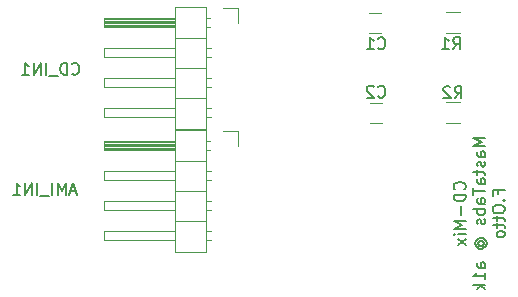
<source format=gbo>
G04 #@! TF.GenerationSoftware,KiCad,Pcbnew,5.1.5*
G04 #@! TF.CreationDate,2020-05-30T11:49:08+02:00*
G04 #@! TF.ProjectId,PIV_CDMix,5049565f-4344-44d6-9978-2e6b69636164,rev?*
G04 #@! TF.SameCoordinates,Original*
G04 #@! TF.FileFunction,Legend,Bot*
G04 #@! TF.FilePolarity,Positive*
%FSLAX46Y46*%
G04 Gerber Fmt 4.6, Leading zero omitted, Abs format (unit mm)*
G04 Created by KiCad (PCBNEW 5.1.5) date 2020-05-30 11:49:08*
%MOMM*%
%LPD*%
G04 APERTURE LIST*
%ADD10C,0.150000*%
%ADD11C,0.120000*%
G04 APERTURE END LIST*
D10*
X165204142Y-109355190D02*
X165251761Y-109307571D01*
X165299380Y-109164714D01*
X165299380Y-109069476D01*
X165251761Y-108926619D01*
X165156523Y-108831380D01*
X165061285Y-108783761D01*
X164870809Y-108736142D01*
X164727952Y-108736142D01*
X164537476Y-108783761D01*
X164442238Y-108831380D01*
X164347000Y-108926619D01*
X164299380Y-109069476D01*
X164299380Y-109164714D01*
X164347000Y-109307571D01*
X164394619Y-109355190D01*
X165299380Y-109783761D02*
X164299380Y-109783761D01*
X164299380Y-110021857D01*
X164347000Y-110164714D01*
X164442238Y-110259952D01*
X164537476Y-110307571D01*
X164727952Y-110355190D01*
X164870809Y-110355190D01*
X165061285Y-110307571D01*
X165156523Y-110259952D01*
X165251761Y-110164714D01*
X165299380Y-110021857D01*
X165299380Y-109783761D01*
X164918428Y-110783761D02*
X164918428Y-111545666D01*
X165299380Y-112021857D02*
X164299380Y-112021857D01*
X165013666Y-112355190D01*
X164299380Y-112688523D01*
X165299380Y-112688523D01*
X165299380Y-113164714D02*
X164632714Y-113164714D01*
X164299380Y-113164714D02*
X164347000Y-113117095D01*
X164394619Y-113164714D01*
X164347000Y-113212333D01*
X164299380Y-113164714D01*
X164394619Y-113164714D01*
X165299380Y-113545666D02*
X164632714Y-114069476D01*
X164632714Y-113545666D02*
X165299380Y-114069476D01*
X166949380Y-105021857D02*
X165949380Y-105021857D01*
X166663666Y-105355190D01*
X165949380Y-105688523D01*
X166949380Y-105688523D01*
X166949380Y-106593285D02*
X166425571Y-106593285D01*
X166330333Y-106545666D01*
X166282714Y-106450428D01*
X166282714Y-106259952D01*
X166330333Y-106164714D01*
X166901761Y-106593285D02*
X166949380Y-106498047D01*
X166949380Y-106259952D01*
X166901761Y-106164714D01*
X166806523Y-106117095D01*
X166711285Y-106117095D01*
X166616047Y-106164714D01*
X166568428Y-106259952D01*
X166568428Y-106498047D01*
X166520809Y-106593285D01*
X166901761Y-107021857D02*
X166949380Y-107117095D01*
X166949380Y-107307571D01*
X166901761Y-107402809D01*
X166806523Y-107450428D01*
X166758904Y-107450428D01*
X166663666Y-107402809D01*
X166616047Y-107307571D01*
X166616047Y-107164714D01*
X166568428Y-107069476D01*
X166473190Y-107021857D01*
X166425571Y-107021857D01*
X166330333Y-107069476D01*
X166282714Y-107164714D01*
X166282714Y-107307571D01*
X166330333Y-107402809D01*
X166282714Y-107736142D02*
X166282714Y-108117095D01*
X165949380Y-107879000D02*
X166806523Y-107879000D01*
X166901761Y-107926619D01*
X166949380Y-108021857D01*
X166949380Y-108117095D01*
X166949380Y-108879000D02*
X166425571Y-108879000D01*
X166330333Y-108831380D01*
X166282714Y-108736142D01*
X166282714Y-108545666D01*
X166330333Y-108450428D01*
X166901761Y-108879000D02*
X166949380Y-108783761D01*
X166949380Y-108545666D01*
X166901761Y-108450428D01*
X166806523Y-108402809D01*
X166711285Y-108402809D01*
X166616047Y-108450428D01*
X166568428Y-108545666D01*
X166568428Y-108783761D01*
X166520809Y-108879000D01*
X165949380Y-109212333D02*
X165949380Y-109783761D01*
X166949380Y-109498047D02*
X165949380Y-109498047D01*
X166949380Y-110545666D02*
X166425571Y-110545666D01*
X166330333Y-110498047D01*
X166282714Y-110402809D01*
X166282714Y-110212333D01*
X166330333Y-110117095D01*
X166901761Y-110545666D02*
X166949380Y-110450428D01*
X166949380Y-110212333D01*
X166901761Y-110117095D01*
X166806523Y-110069476D01*
X166711285Y-110069476D01*
X166616047Y-110117095D01*
X166568428Y-110212333D01*
X166568428Y-110450428D01*
X166520809Y-110545666D01*
X166949380Y-111021857D02*
X165949380Y-111021857D01*
X166330333Y-111021857D02*
X166282714Y-111117095D01*
X166282714Y-111307571D01*
X166330333Y-111402809D01*
X166377952Y-111450428D01*
X166473190Y-111498047D01*
X166758904Y-111498047D01*
X166854142Y-111450428D01*
X166901761Y-111402809D01*
X166949380Y-111307571D01*
X166949380Y-111117095D01*
X166901761Y-111021857D01*
X166901761Y-111879000D02*
X166949380Y-111974238D01*
X166949380Y-112164714D01*
X166901761Y-112259952D01*
X166806523Y-112307571D01*
X166758904Y-112307571D01*
X166663666Y-112259952D01*
X166616047Y-112164714D01*
X166616047Y-112021857D01*
X166568428Y-111926619D01*
X166473190Y-111879000D01*
X166425571Y-111879000D01*
X166330333Y-111926619D01*
X166282714Y-112021857D01*
X166282714Y-112164714D01*
X166330333Y-112259952D01*
X166473190Y-114117095D02*
X166425571Y-114069476D01*
X166377952Y-113974238D01*
X166377952Y-113879000D01*
X166425571Y-113783761D01*
X166473190Y-113736142D01*
X166568428Y-113688523D01*
X166663666Y-113688523D01*
X166758904Y-113736142D01*
X166806523Y-113783761D01*
X166854142Y-113879000D01*
X166854142Y-113974238D01*
X166806523Y-114069476D01*
X166758904Y-114117095D01*
X166377952Y-114117095D02*
X166758904Y-114117095D01*
X166806523Y-114164714D01*
X166806523Y-114212333D01*
X166758904Y-114307571D01*
X166663666Y-114355190D01*
X166425571Y-114355190D01*
X166282714Y-114259952D01*
X166187476Y-114117095D01*
X166139857Y-113926619D01*
X166187476Y-113736142D01*
X166282714Y-113593285D01*
X166425571Y-113498047D01*
X166616047Y-113450428D01*
X166806523Y-113498047D01*
X166949380Y-113593285D01*
X167044619Y-113736142D01*
X167092238Y-113926619D01*
X167044619Y-114117095D01*
X166949380Y-114259952D01*
X166949380Y-115974238D02*
X166425571Y-115974238D01*
X166330333Y-115926619D01*
X166282714Y-115831380D01*
X166282714Y-115640904D01*
X166330333Y-115545666D01*
X166901761Y-115974238D02*
X166949380Y-115879000D01*
X166949380Y-115640904D01*
X166901761Y-115545666D01*
X166806523Y-115498047D01*
X166711285Y-115498047D01*
X166616047Y-115545666D01*
X166568428Y-115640904D01*
X166568428Y-115879000D01*
X166520809Y-115974238D01*
X166949380Y-116974238D02*
X166949380Y-116402809D01*
X166949380Y-116688523D02*
X165949380Y-116688523D01*
X166092238Y-116593285D01*
X166187476Y-116498047D01*
X166235095Y-116402809D01*
X166949380Y-117402809D02*
X165949380Y-117402809D01*
X166568428Y-117498047D02*
X166949380Y-117783761D01*
X166282714Y-117783761D02*
X166663666Y-117402809D01*
X168075571Y-109736142D02*
X168075571Y-109402809D01*
X168599380Y-109402809D02*
X167599380Y-109402809D01*
X167599380Y-109879000D01*
X168504142Y-110259952D02*
X168551761Y-110307571D01*
X168599380Y-110259952D01*
X168551761Y-110212333D01*
X168504142Y-110259952D01*
X168599380Y-110259952D01*
X167599380Y-110926619D02*
X167599380Y-111117095D01*
X167647000Y-111212333D01*
X167742238Y-111307571D01*
X167932714Y-111355190D01*
X168266047Y-111355190D01*
X168456523Y-111307571D01*
X168551761Y-111212333D01*
X168599380Y-111117095D01*
X168599380Y-110926619D01*
X168551761Y-110831380D01*
X168456523Y-110736142D01*
X168266047Y-110688523D01*
X167932714Y-110688523D01*
X167742238Y-110736142D01*
X167647000Y-110831380D01*
X167599380Y-110926619D01*
X167932714Y-111640904D02*
X167932714Y-112021857D01*
X167599380Y-111783761D02*
X168456523Y-111783761D01*
X168551761Y-111831380D01*
X168599380Y-111926619D01*
X168599380Y-112021857D01*
X167932714Y-112212333D02*
X167932714Y-112593285D01*
X167599380Y-112355190D02*
X168456523Y-112355190D01*
X168551761Y-112402809D01*
X168599380Y-112498047D01*
X168599380Y-112593285D01*
X168599380Y-113069476D02*
X168551761Y-112974238D01*
X168504142Y-112926619D01*
X168408904Y-112879000D01*
X168123190Y-112879000D01*
X168027952Y-112926619D01*
X167980333Y-112974238D01*
X167932714Y-113069476D01*
X167932714Y-113212333D01*
X167980333Y-113307571D01*
X168027952Y-113355190D01*
X168123190Y-113402809D01*
X168408904Y-113402809D01*
X168504142Y-113355190D01*
X168551761Y-113307571D01*
X168599380Y-113212333D01*
X168599380Y-113069476D01*
D11*
X164811000Y-101990000D02*
X163611000Y-101990000D01*
X163611000Y-103750000D02*
X164811000Y-103750000D01*
X164811000Y-94370000D02*
X163611000Y-94370000D01*
X163611000Y-96130000D02*
X164811000Y-96130000D01*
X146050000Y-93980000D02*
X144780000Y-93980000D01*
X146050000Y-95250000D02*
X146050000Y-93980000D01*
X143737071Y-103250000D02*
X143340000Y-103250000D01*
X143737071Y-102490000D02*
X143340000Y-102490000D01*
X134680000Y-103250000D02*
X140680000Y-103250000D01*
X134680000Y-102490000D02*
X134680000Y-103250000D01*
X140680000Y-102490000D02*
X134680000Y-102490000D01*
X143340000Y-101600000D02*
X140680000Y-101600000D01*
X143737071Y-100710000D02*
X143340000Y-100710000D01*
X143737071Y-99950000D02*
X143340000Y-99950000D01*
X134680000Y-100710000D02*
X140680000Y-100710000D01*
X134680000Y-99950000D02*
X134680000Y-100710000D01*
X140680000Y-99950000D02*
X134680000Y-99950000D01*
X143340000Y-99060000D02*
X140680000Y-99060000D01*
X143737071Y-98170000D02*
X143340000Y-98170000D01*
X143737071Y-97410000D02*
X143340000Y-97410000D01*
X134680000Y-98170000D02*
X140680000Y-98170000D01*
X134680000Y-97410000D02*
X134680000Y-98170000D01*
X140680000Y-97410000D02*
X134680000Y-97410000D01*
X143340000Y-96520000D02*
X140680000Y-96520000D01*
X143670000Y-95630000D02*
X143340000Y-95630000D01*
X143670000Y-94870000D02*
X143340000Y-94870000D01*
X140680000Y-95530000D02*
X134680000Y-95530000D01*
X140680000Y-95410000D02*
X134680000Y-95410000D01*
X140680000Y-95290000D02*
X134680000Y-95290000D01*
X140680000Y-95170000D02*
X134680000Y-95170000D01*
X140680000Y-95050000D02*
X134680000Y-95050000D01*
X140680000Y-94930000D02*
X134680000Y-94930000D01*
X134680000Y-95630000D02*
X140680000Y-95630000D01*
X134680000Y-94870000D02*
X134680000Y-95630000D01*
X140680000Y-94870000D02*
X134680000Y-94870000D01*
X140680000Y-93920000D02*
X143340000Y-93920000D01*
X140680000Y-104200000D02*
X140680000Y-93920000D01*
X143340000Y-104200000D02*
X140680000Y-104200000D01*
X143340000Y-93920000D02*
X143340000Y-104200000D01*
X158234000Y-103720000D02*
X157234000Y-103720000D01*
X157234000Y-102020000D02*
X158234000Y-102020000D01*
X158107000Y-96100000D02*
X157107000Y-96100000D01*
X157107000Y-94400000D02*
X158107000Y-94400000D01*
X146050000Y-104394000D02*
X144780000Y-104394000D01*
X146050000Y-105664000D02*
X146050000Y-104394000D01*
X143737071Y-113664000D02*
X143340000Y-113664000D01*
X143737071Y-112904000D02*
X143340000Y-112904000D01*
X134680000Y-113664000D02*
X140680000Y-113664000D01*
X134680000Y-112904000D02*
X134680000Y-113664000D01*
X140680000Y-112904000D02*
X134680000Y-112904000D01*
X143340000Y-112014000D02*
X140680000Y-112014000D01*
X143737071Y-111124000D02*
X143340000Y-111124000D01*
X143737071Y-110364000D02*
X143340000Y-110364000D01*
X134680000Y-111124000D02*
X140680000Y-111124000D01*
X134680000Y-110364000D02*
X134680000Y-111124000D01*
X140680000Y-110364000D02*
X134680000Y-110364000D01*
X143340000Y-109474000D02*
X140680000Y-109474000D01*
X143737071Y-108584000D02*
X143340000Y-108584000D01*
X143737071Y-107824000D02*
X143340000Y-107824000D01*
X134680000Y-108584000D02*
X140680000Y-108584000D01*
X134680000Y-107824000D02*
X134680000Y-108584000D01*
X140680000Y-107824000D02*
X134680000Y-107824000D01*
X143340000Y-106934000D02*
X140680000Y-106934000D01*
X143670000Y-106044000D02*
X143340000Y-106044000D01*
X143670000Y-105284000D02*
X143340000Y-105284000D01*
X140680000Y-105944000D02*
X134680000Y-105944000D01*
X140680000Y-105824000D02*
X134680000Y-105824000D01*
X140680000Y-105704000D02*
X134680000Y-105704000D01*
X140680000Y-105584000D02*
X134680000Y-105584000D01*
X140680000Y-105464000D02*
X134680000Y-105464000D01*
X140680000Y-105344000D02*
X134680000Y-105344000D01*
X134680000Y-106044000D02*
X140680000Y-106044000D01*
X134680000Y-105284000D02*
X134680000Y-106044000D01*
X140680000Y-105284000D02*
X134680000Y-105284000D01*
X140680000Y-104334000D02*
X143340000Y-104334000D01*
X140680000Y-114614000D02*
X140680000Y-104334000D01*
X143340000Y-114614000D02*
X140680000Y-114614000D01*
X143340000Y-104334000D02*
X143340000Y-114614000D01*
D10*
X164377666Y-101622380D02*
X164711000Y-101146190D01*
X164949095Y-101622380D02*
X164949095Y-100622380D01*
X164568142Y-100622380D01*
X164472904Y-100670000D01*
X164425285Y-100717619D01*
X164377666Y-100812857D01*
X164377666Y-100955714D01*
X164425285Y-101050952D01*
X164472904Y-101098571D01*
X164568142Y-101146190D01*
X164949095Y-101146190D01*
X163996714Y-100717619D02*
X163949095Y-100670000D01*
X163853857Y-100622380D01*
X163615761Y-100622380D01*
X163520523Y-100670000D01*
X163472904Y-100717619D01*
X163425285Y-100812857D01*
X163425285Y-100908095D01*
X163472904Y-101050952D01*
X164044333Y-101622380D01*
X163425285Y-101622380D01*
X164250666Y-97480380D02*
X164584000Y-97004190D01*
X164822095Y-97480380D02*
X164822095Y-96480380D01*
X164441142Y-96480380D01*
X164345904Y-96528000D01*
X164298285Y-96575619D01*
X164250666Y-96670857D01*
X164250666Y-96813714D01*
X164298285Y-96908952D01*
X164345904Y-96956571D01*
X164441142Y-97004190D01*
X164822095Y-97004190D01*
X163298285Y-97480380D02*
X163869714Y-97480380D01*
X163584000Y-97480380D02*
X163584000Y-96480380D01*
X163679238Y-96623238D01*
X163774476Y-96718476D01*
X163869714Y-96766095D01*
X131984523Y-99544142D02*
X132032142Y-99591761D01*
X132175000Y-99639380D01*
X132270238Y-99639380D01*
X132413095Y-99591761D01*
X132508333Y-99496523D01*
X132555952Y-99401285D01*
X132603571Y-99210809D01*
X132603571Y-99067952D01*
X132555952Y-98877476D01*
X132508333Y-98782238D01*
X132413095Y-98687000D01*
X132270238Y-98639380D01*
X132175000Y-98639380D01*
X132032142Y-98687000D01*
X131984523Y-98734619D01*
X131555952Y-99639380D02*
X131555952Y-98639380D01*
X131317857Y-98639380D01*
X131175000Y-98687000D01*
X131079761Y-98782238D01*
X131032142Y-98877476D01*
X130984523Y-99067952D01*
X130984523Y-99210809D01*
X131032142Y-99401285D01*
X131079761Y-99496523D01*
X131175000Y-99591761D01*
X131317857Y-99639380D01*
X131555952Y-99639380D01*
X130794047Y-99734619D02*
X130032142Y-99734619D01*
X129794047Y-99639380D02*
X129794047Y-98639380D01*
X129317857Y-99639380D02*
X129317857Y-98639380D01*
X128746428Y-99639380D01*
X128746428Y-98639380D01*
X127746428Y-99639380D02*
X128317857Y-99639380D01*
X128032142Y-99639380D02*
X128032142Y-98639380D01*
X128127380Y-98782238D01*
X128222619Y-98877476D01*
X128317857Y-98925095D01*
X157900666Y-101477142D02*
X157948285Y-101524761D01*
X158091142Y-101572380D01*
X158186380Y-101572380D01*
X158329238Y-101524761D01*
X158424476Y-101429523D01*
X158472095Y-101334285D01*
X158519714Y-101143809D01*
X158519714Y-101000952D01*
X158472095Y-100810476D01*
X158424476Y-100715238D01*
X158329238Y-100620000D01*
X158186380Y-100572380D01*
X158091142Y-100572380D01*
X157948285Y-100620000D01*
X157900666Y-100667619D01*
X157519714Y-100667619D02*
X157472095Y-100620000D01*
X157376857Y-100572380D01*
X157138761Y-100572380D01*
X157043523Y-100620000D01*
X156995904Y-100667619D01*
X156948285Y-100762857D01*
X156948285Y-100858095D01*
X156995904Y-101000952D01*
X157567333Y-101572380D01*
X156948285Y-101572380D01*
X157900666Y-97385142D02*
X157948285Y-97432761D01*
X158091142Y-97480380D01*
X158186380Y-97480380D01*
X158329238Y-97432761D01*
X158424476Y-97337523D01*
X158472095Y-97242285D01*
X158519714Y-97051809D01*
X158519714Y-96908952D01*
X158472095Y-96718476D01*
X158424476Y-96623238D01*
X158329238Y-96528000D01*
X158186380Y-96480380D01*
X158091142Y-96480380D01*
X157948285Y-96528000D01*
X157900666Y-96575619D01*
X156948285Y-97480380D02*
X157519714Y-97480380D01*
X157234000Y-97480380D02*
X157234000Y-96480380D01*
X157329238Y-96623238D01*
X157424476Y-96718476D01*
X157519714Y-96766095D01*
X132333666Y-109513666D02*
X131857476Y-109513666D01*
X132428904Y-109799380D02*
X132095571Y-108799380D01*
X131762238Y-109799380D01*
X131428904Y-109799380D02*
X131428904Y-108799380D01*
X131095571Y-109513666D01*
X130762238Y-108799380D01*
X130762238Y-109799380D01*
X130286047Y-109799380D02*
X130286047Y-108799380D01*
X130047952Y-109894619D02*
X129286047Y-109894619D01*
X129047952Y-109799380D02*
X129047952Y-108799380D01*
X128571761Y-109799380D02*
X128571761Y-108799380D01*
X128000333Y-109799380D01*
X128000333Y-108799380D01*
X127000333Y-109799380D02*
X127571761Y-109799380D01*
X127286047Y-109799380D02*
X127286047Y-108799380D01*
X127381285Y-108942238D01*
X127476523Y-109037476D01*
X127571761Y-109085095D01*
M02*

</source>
